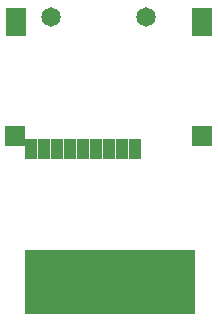
<source format=gts>
G04 #@! TF.FileFunction,Soldermask,Top*
%FSLAX46Y46*%
G04 Gerber Fmt 4.6, Leading zero omitted, Abs format (unit mm)*
G04 Created by KiCad (PCBNEW 4.0.6) date 07/03/17 23:12:04*
%MOMM*%
%LPD*%
G01*
G04 APERTURE LIST*
%ADD10C,0.100000*%
%ADD11R,1.573480X5.398720*%
%ADD12R,1.677620X1.799540*%
%ADD13R,1.098500X1.799540*%
%ADD14R,1.799540X2.398980*%
%ADD15C,1.649680*%
G04 APERTURE END LIST*
D10*
D11*
X14597380Y-28274800D03*
X6050280Y-28274800D03*
X8900160Y-28274800D03*
X10325100Y-28274800D03*
X11747500Y-28274800D03*
X13172440Y-28274800D03*
X4625340Y-28274800D03*
X16022320Y-28274800D03*
X7475220Y-28274800D03*
X17447260Y-28274800D03*
D12*
X18875700Y-15833580D03*
D13*
X13175940Y-16984200D03*
X12076120Y-16984200D03*
X10976300Y-16984200D03*
X9876480Y-16984200D03*
X8776660Y-16984200D03*
X7676840Y-16984200D03*
X6577020Y-16984200D03*
X5477200Y-16984200D03*
X4377380Y-16984200D03*
D14*
X18875700Y-6234920D03*
X3076900Y-6234920D03*
D12*
X3018480Y-15833580D03*
D15*
X14075100Y-5836140D03*
X6076640Y-5836140D03*
M02*

</source>
